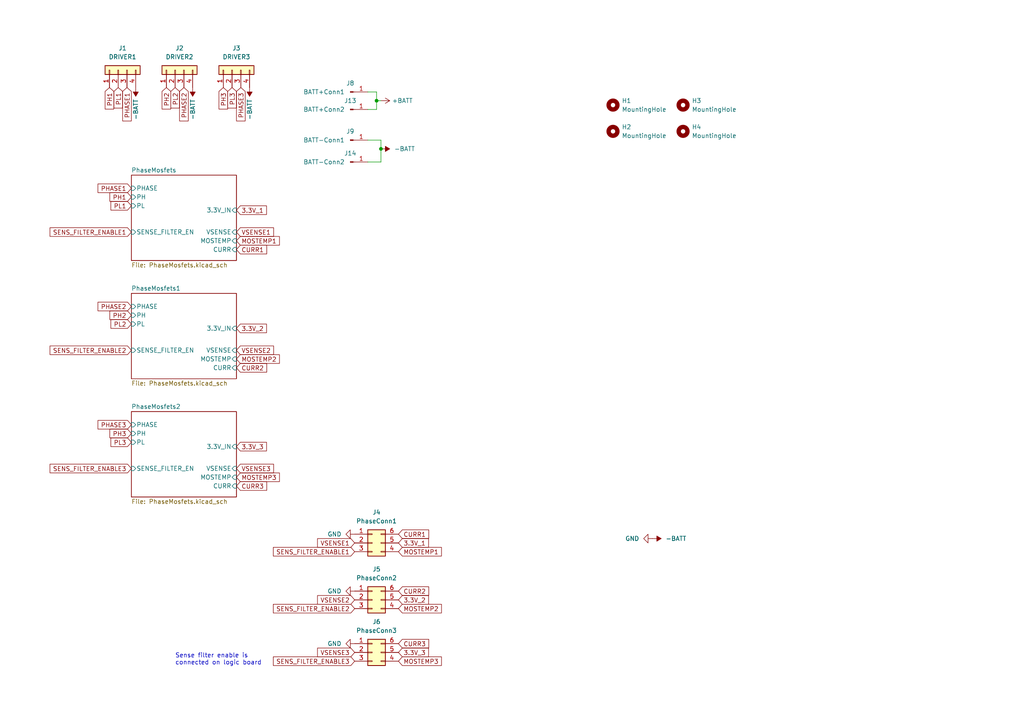
<source format=kicad_sch>
(kicad_sch (version 20230121) (generator eeschema)
  (paper "A4")
  (lib_symbols
    (symbol "Connector:Conn_01x01_Pin" (pin_names (offset 1.016) hide)
      (property "Reference" "J" (at 0 2.54 0))
      (property "Value" "Conn_01x01_Pin" (at 0 -2.54 0))
      (symbol "Conn_01x01_Pin_1_1"
        (polyline (pts (xy 1.27 0) (xy 0.8636 0)) (stroke (width 0.1524)))
        (rectangle (start 0.8636 0.127) (end 0 -0.127) (stroke (width 0.1524)) (fill (type outline)))
        (pin passive line (at 5.08 0 180) (length 3.81) (name "Pin_1") (number "1"))
      )
    )
    (symbol "Connector_Generic:Conn_01x04" (pin_names (offset 1.016) hide)
      (property "Reference" "J" (at 0 5.08 0))
      (property "Value" "Conn_01x04" (at 0 -7.62 0))
      (symbol "Conn_01x04_1_1"
        (rectangle (start -1.27 -4.953) (end 0 -5.207) (stroke (width 0.1524)))
        (rectangle (start -1.27 -2.413) (end 0 -2.667) (stroke (width 0.1524)))
        (rectangle (start -1.27 0.127) (end 0 -0.127) (stroke (width 0.1524)))
        (rectangle (start -1.27 2.667) (end 0 2.413) (stroke (width 0.1524)))
        (rectangle (start -1.27 3.81) (end 1.27 -6.35) (stroke (width 0.254)) (fill (type background)))
        (pin passive line (at -5.08 2.54 0) (length 3.81) (name "Pin_1") (number "1"))
        (pin passive line (at -5.08 0 0) (length 3.81) (name "Pin_2") (number "2"))
        (pin passive line (at -5.08 -2.54 0) (length 3.81) (name "Pin_3") (number "3"))
        (pin passive line (at -5.08 -5.08 0) (length 3.81) (name "Pin_4") (number "4"))
      )
    )
    (symbol "Connector_Generic:Conn_02x03_Counter_Clockwise" (pin_names (offset 1.016) hide)
      (property "Reference" "J" (at 1.27 5.08 0))
      (property "Value" "Conn_02x03_Counter_Clockwise" (at 1.27 -5.08 0))
      (symbol "Conn_02x03_Counter_Clockwise_1_1"
        (rectangle (start -1.27 -2.413) (end 0 -2.667) (stroke (width 0.1524)))
        (rectangle (start -1.27 0.127) (end 0 -0.127) (stroke (width 0.1524)))
        (rectangle (start -1.27 2.667) (end 0 2.413) (stroke (width 0.1524)))
        (rectangle (start -1.27 3.81) (end 3.81 -3.81) (stroke (width 0.254)) (fill (type background)))
        (rectangle (start 3.81 -2.413) (end 2.54 -2.667) (stroke (width 0.1524)))
        (rectangle (start 3.81 0.127) (end 2.54 -0.127) (stroke (width 0.1524)))
        (rectangle (start 3.81 2.667) (end 2.54 2.413) (stroke (width 0.1524)))
        (pin passive line (at -5.08 2.54 0) (length 3.81) (name "Pin_1") (number "1"))
        (pin passive line (at -5.08 0 0) (length 3.81) (name "Pin_2") (number "2"))
        (pin passive line (at -5.08 -2.54 0) (length 3.81) (name "Pin_3") (number "3"))
        (pin passive line (at 7.62 -2.54 180) (length 3.81) (name "Pin_4") (number "4"))
        (pin passive line (at 7.62 0 180) (length 3.81) (name "Pin_5") (number "5"))
        (pin passive line (at 7.62 2.54 180) (length 3.81) (name "Pin_6") (number "6"))
      )
    )
    (symbol "Mechanical:MountingHole" (pin_names (offset 1.016))
      (property "Reference" "H" (at 0 5.08 0))
      (property "Value" "MountingHole" (at 0 3.175 0))
      (symbol "MountingHole_0_1"
        (circle (center 0 0) (radius 1.27) (stroke (width 1.27)))
      )
    )
    (symbol "power:+BATT" (power) (pin_names (offset 0))
      (property "Value" "+BATT" (at 0 3.556 0))
      (symbol "+BATT_0_1"
        (polyline (pts (xy -0.762 1.27) (xy 0 2.54)))
        (polyline (pts (xy 0 0) (xy 0 2.54)))
        (polyline (pts (xy 0 2.54) (xy 0.762 1.27)))
      )
      (symbol "+BATT_1_1"
        (pin power_in line (at 0 0 90) (length 0) hide (name "+BATT") (number "1"))
      )
    )
    (symbol "power:-BATT" (power) (pin_names (offset 0))
      (property "Value" "-BATT" (at 0 3.556 0))
      (symbol "-BATT_0_1"
        (polyline (pts (xy 0 0) (xy 0 2.54)))
        (polyline (pts (xy 0.762 1.27) (xy -0.762 1.27) (xy 0 2.54) (xy 0.762 1.27)) (fill (type outline)))
      )
      (symbol "-BATT_1_1"
        (pin power_in line (at 0 0 90) (length 0) hide (name "-BATT") (number "1"))
      )
    )
    (symbol "power:GND" (power) (pin_names (offset 0))
      (property "Value" "GND" (at 0 -3.81 0))
      (symbol "GND_0_1"
        (polyline (pts (xy 0 0) (xy 0 -1.27) (xy 1.27 -1.27) (xy 0 -2.54) (xy -1.27 -1.27) (xy 0 -1.27)))
      )
      (symbol "GND_1_1"
        (pin power_in line (at 0 0 270) (length 0) hide (name "GND") (number "1"))
      )
    )
  )
  (junction (at 109.22 29.21))
  (junction (at 110.49 43.18))
  (wire (pts (xy 106.68 26.67) (xy 109.22 26.67)))
  (wire (pts (xy 106.68 46.99) (xy 110.49 46.99)))
  (wire (pts (xy 109.22 31.75) (xy 109.22 29.21)))
  (wire (pts (xy 106.68 40.64) (xy 110.49 40.64)))
  (wire (pts (xy 109.22 29.21) (xy 110.49 29.21)))
  (wire (pts (xy 110.49 40.64) (xy 110.49 43.18)))
  (wire (pts (xy 109.22 26.67) (xy 109.22 29.21)))
  (wire (pts (xy 110.49 46.99) (xy 110.49 43.18)))
  (wire (pts (xy 106.68 31.75) (xy 109.22 31.75)))
  (text "Sense filter enable is \nconnected on logic board" (at 50.8 193.04 0) (effects (font (size 1.27 1.27)) (justify left bottom)))
  (global_label "CURR2" (shape input) (at 115.57 171.45 0) (property "Intersheetrefs" "${INTERSHEET_REFS}" (effects hide)))
  (global_label "VSENSE2" (shape input) (at 68.58 101.6 0) (property "Intersheetrefs" "${INTERSHEET_REFS}" (effects hide)))
  (global_label "3.3V_2" (shape input) (at 68.58 95.25 0) (property "Intersheetrefs" "${INTERSHEET_REFS}" (effects hide)))
  (global_label "MOSTEMP1" (shape input) (at 68.58 69.85 0) (property "Intersheetrefs" "${INTERSHEET_REFS}" (effects hide)))
  (global_label "PL1" (shape input) (at 34.29 25.4 270) (property "Intersheetrefs" "${INTERSHEET_REFS}" (effects hide)))
  (global_label "MOSTEMP3" (shape input) (at 68.58 138.43 0) (property "Intersheetrefs" "${INTERSHEET_REFS}" (effects hide)))
  (global_label "CURR3" (shape input) (at 115.57 186.69 0) (property "Intersheetrefs" "${INTERSHEET_REFS}" (effects hide)))
  (global_label "SENS_FILTER_ENABLE3" (shape input) (at 102.87 191.77 180) (property "Intersheetrefs" "${INTERSHEET_REFS}" (effects hide)))
  (global_label "3.3V_3" (shape input) (at 68.58 129.54 0) (property "Intersheetrefs" "${INTERSHEET_REFS}" (effects hide)))
  (global_label "MOSTEMP1" (shape input) (at 115.57 160.02 0) (property "Intersheetrefs" "${INTERSHEET_REFS}" (effects hide)))
  (global_label "PHASE1" (shape input) (at 36.83 25.4 270) (property "Intersheetrefs" "${INTERSHEET_REFS}" (effects hide)))
  (global_label "CURR2" (shape input) (at 68.58 106.68 0) (property "Intersheetrefs" "${INTERSHEET_REFS}" (effects hide)))
  (global_label "PL3" (shape input) (at 67.31 25.4 270) (property "Intersheetrefs" "${INTERSHEET_REFS}" (effects hide)))
  (global_label "MOSTEMP2" (shape input) (at 68.58 104.14 0) (property "Intersheetrefs" "${INTERSHEET_REFS}" (effects hide)))
  (global_label "VSENSE2" (shape input) (at 102.87 173.99 180) (property "Intersheetrefs" "${INTERSHEET_REFS}" (effects hide)))
  (global_label "VSENSE1" (shape input) (at 102.87 157.48 180) (property "Intersheetrefs" "${INTERSHEET_REFS}" (effects hide)))
  (global_label "SENS_FILTER_ENABLE3" (shape input) (at 38.1 135.89 180) (property "Intersheetrefs" "${INTERSHEET_REFS}" (effects hide)))
  (global_label "SENS_FILTER_ENABLE2" (shape input) (at 38.1 101.6 180) (property "Intersheetrefs" "${INTERSHEET_REFS}" (effects hide)))
  (global_label "VSENSE3" (shape input) (at 102.87 189.23 180) (property "Intersheetrefs" "${INTERSHEET_REFS}" (effects hide)))
  (global_label "PHASE3" (shape input) (at 69.85 25.4 270) (property "Intersheetrefs" "${INTERSHEET_REFS}" (effects hide)))
  (global_label "PH1" (shape input) (at 38.1 57.15 180) (property "Intersheetrefs" "${INTERSHEET_REFS}" (effects hide)))
  (global_label "PHASE2" (shape input) (at 53.34 25.4 270) (property "Intersheetrefs" "${INTERSHEET_REFS}" (effects hide)))
  (global_label "PL3" (shape input) (at 38.1 128.27 180) (property "Intersheetrefs" "${INTERSHEET_REFS}" (effects hide)))
  (global_label "3.3V_3" (shape input) (at 115.57 189.23 0) (property "Intersheetrefs" "${INTERSHEET_REFS}" (effects hide)))
  (global_label "3.3V_1" (shape input) (at 115.57 157.48 0) (property "Intersheetrefs" "${INTERSHEET_REFS}" (effects hide)))
  (global_label "CURR1" (shape input) (at 68.58 72.39 0) (property "Intersheetrefs" "${INTERSHEET_REFS}" (effects hide)))
  (global_label "VSENSE1" (shape input) (at 68.58 67.31 0) (property "Intersheetrefs" "${INTERSHEET_REFS}" (effects hide)))
  (global_label "PHASE3" (shape input) (at 38.1 123.19 180) (property "Intersheetrefs" "${INTERSHEET_REFS}" (effects hide)))
  (global_label "CURR1" (shape input) (at 115.57 154.94 0) (property "Intersheetrefs" "${INTERSHEET_REFS}" (effects hide)))
  (global_label "PH2" (shape input) (at 38.1 91.44 180) (property "Intersheetrefs" "${INTERSHEET_REFS}" (effects hide)))
  (global_label "SENS_FILTER_ENABLE2" (shape input) (at 102.87 176.53 180) (property "Intersheetrefs" "${INTERSHEET_REFS}" (effects hide)))
  (global_label "MOSTEMP2" (shape input) (at 115.57 176.53 0) (property "Intersheetrefs" "${INTERSHEET_REFS}" (effects hide)))
  (global_label "PL1" (shape input) (at 38.1 59.69 180) (property "Intersheetrefs" "${INTERSHEET_REFS}" (effects hide)))
  (global_label "PHASE2" (shape input) (at 38.1 88.9 180) (property "Intersheetrefs" "${INTERSHEET_REFS}" (effects hide)))
  (global_label "3.3V_1" (shape input) (at 68.58 60.96 0) (property "Intersheetrefs" "${INTERSHEET_REFS}" (effects hide)))
  (global_label "PH3" (shape input) (at 38.1 125.73 180) (property "Intersheetrefs" "${INTERSHEET_REFS}" (effects hide)))
  (global_label "SENS_FILTER_ENABLE1" (shape input) (at 38.1 67.31 180) (property "Intersheetrefs" "${INTERSHEET_REFS}" (effects hide)))
  (global_label "PL2" (shape input) (at 38.1 93.98 180) (property "Intersheetrefs" "${INTERSHEET_REFS}" (effects hide)))
  (global_label "PH2" (shape input) (at 48.26 25.4 270) (property "Intersheetrefs" "${INTERSHEET_REFS}" (effects hide)))
  (global_label "3.3V_2" (shape input) (at 115.57 173.99 0) (property "Intersheetrefs" "${INTERSHEET_REFS}" (effects hide)))
  (global_label "SENS_FILTER_ENABLE1" (shape input) (at 102.87 160.02 180) (property "Intersheetrefs" "${INTERSHEET_REFS}" (effects hide)))
  (global_label "PH1" (shape input) (at 31.75 25.4 270) (property "Intersheetrefs" "${INTERSHEET_REFS}" (effects hide)))
  (global_label "MOSTEMP3" (shape input) (at 115.57 191.77 0) (property "Intersheetrefs" "${INTERSHEET_REFS}" (effects hide)))
  (global_label "PH3" (shape input) (at 64.77 25.4 270) (property "Intersheetrefs" "${INTERSHEET_REFS}" (effects hide)))
  (global_label "VSENSE3" (shape input) (at 68.58 135.89 0) (property "Intersheetrefs" "${INTERSHEET_REFS}" (effects hide)))
  (global_label "PL2" (shape input) (at 50.8 25.4 270) (property "Intersheetrefs" "${INTERSHEET_REFS}" (effects hide)))
  (global_label "PHASE1" (shape input) (at 38.1 54.61 180) (property "Intersheetrefs" "${INTERSHEET_REFS}" (effects hide)))
  (global_label "CURR3" (shape input) (at 68.58 140.97 0) (property "Intersheetrefs" "${INTERSHEET_REFS}" (effects hide)))
  (symbol (lib_id "Connector_Generic:Conn_01x04") (at 67.31 20.32 90) (unit 1)
    (property "Reference" "J3" (at 68.58 13.97 90))
    (property "Value" "DRIVER3" (at 68.58 16.51 90))
    (property "Footprint" "Connector_PinSocket_2.54mm:PinSocket_2x02_P2.54mm_Vertical_SMD" (effects hide))
    (property "MPN" "C3975147" (effects hide))
    (property "JLCRotOffset" "-90" (effects hide))
    (property "Mouser" "855-M20-7870246" (effects hide))
  )
  (symbol (lib_id "power:-BATT") (at 55.88 25.4 180) (unit 1)
    (property "Reference" "#PWR028" (effects hide))
    (property "Value" "-BATT" (at 55.88 31.75 90))
  )
  (symbol (lib_id "Connector_Generic:Conn_01x04") (at 50.8 20.32 90) (unit 1)
    (property "Reference" "J2" (at 52.07 13.97 90))
    (property "Value" "DRIVER2" (at 52.07 16.51 90))
    (property "Footprint" "Connector_PinSocket_2.54mm:PinSocket_2x02_P2.54mm_Vertical_SMD" (effects hide))
    (property "MPN" "C3975147" (effects hide))
    (property "JLCRotOffset" "-90" (effects hide))
    (property "Mouser" "855-M20-7870246" (effects hide))
  )
  (symbol (lib_id "Mechanical:MountingHole") (at 177.8 30.48 0) (unit 1)
    (property "Reference" "H1" (at 180.34 29.21 0) (effects (justify left)))
    (property "Value" "MountingHole" (at 180.34 31.75 0) (effects (justify left)))
    (property "Footprint" "MountingHole:MountingHole_4.3mm_M4_DIN965_Pad" (effects hide))
  )
  (symbol (lib_id "Connector_Generic:Conn_02x03_Counter_Clockwise") (at 107.95 157.48 0) (unit 1)
    (property "Reference" "J4" (at 109.22 148.59 0))
    (property "Value" "PhaseConn1" (at 109.22 151.13 0))
    (property "Footprint" "Connector_PinSocket_2.54mm:PinSocket_2x03_P2.54mm_Vertical_SMD" (effects hide))
    (property "MPN" "C5160818" (effects hide))
    (property "JLCRotOffset" "-90" (effects hide))
    (property "Mouser" "855-M20-7870346" (effects hide))
  )
  (symbol (lib_id "Connector_Generic:Conn_02x03_Counter_Clockwise") (at 107.95 189.23 0) (unit 1)
    (property "Reference" "J6" (at 109.22 180.34 0))
    (property "Value" "PhaseConn3" (at 109.22 182.88 0))
    (property "Footprint" "Connector_PinSocket_2.54mm:PinSocket_2x03_P2.54mm_Vertical_SMD" (effects hide))
    (property "MPN" "C5160818" (effects hide))
    (property "JLCRotOffset" "-90" (effects hide))
    (property "Mouser" "855-M20-7870346" (effects hide))
  )
  (symbol (lib_id "power:-BATT") (at 110.49 43.18 270) (unit 1)
    (property "Reference" "#PWR02" (effects hide))
    (property "Value" "-BATT" (at 114.3 43.18 90) (effects (justify left)))
  )
  (symbol (lib_id "power:GND") (at 102.87 186.69 270) (unit 1)
    (property "Reference" "#PWR019" (effects hide))
    (property "Value" "GND" (at 99.06 186.69 90) (effects (justify right)))
  )
  (symbol (lib_id "Connector_Generic:Conn_02x03_Counter_Clockwise") (at 107.95 173.99 0) (unit 1)
    (property "Reference" "J5" (at 109.22 165.1 0))
    (property "Value" "PhaseConn2" (at 109.22 167.64 0))
    (property "Footprint" "Connector_PinSocket_2.54mm:PinSocket_2x03_P2.54mm_Vertical_SMD" (effects hide))
    (property "MPN" "C5160818" (effects hide))
    (property "JLCRotOffset" "-90" (effects hide))
    (property "Mouser" "855-M20-7870346" (effects hide))
  )
  (symbol (lib_id "Mechanical:MountingHole") (at 198.12 30.48 0) (unit 1)
    (property "Reference" "H3" (at 200.66 29.21 0) (effects (justify left)))
    (property "Value" "MountingHole" (at 200.66 31.75 0) (effects (justify left)))
    (property "Footprint" "MountingHole:MountingHole_4.3mm_M4_DIN965_Pad" (effects hide))
  )
  (symbol (lib_id "Connector:Conn_01x01_Pin") (at 101.6 46.99 0) (unit 1)
    (property "Reference" "J14" (at 101.6 44.45 0))
    (property "Value" "BATT-Conn2" (at 93.98 46.99 0))
    (property "Footprint" "Connector_Wire:SolderWirePad_1x01_SMD_5x10mm" (effects hide))
  )
  (symbol (lib_id "Mechanical:MountingHole") (at 198.12 38.1 0) (unit 1)
    (property "Reference" "H4" (at 200.66 36.83 0) (effects (justify left)))
    (property "Value" "MountingHole" (at 200.66 39.37 0) (effects (justify left)))
    (property "Footprint" "MountingHole:MountingHole_4.3mm_M4_DIN965_Pad" (effects hide))
  )
  (symbol (lib_id "Connector_Generic:Conn_01x04") (at 34.29 20.32 90) (unit 1)
    (property "Reference" "J1" (at 35.56 13.97 90))
    (property "Value" "DRIVER1" (at 35.56 16.51 90))
    (property "Footprint" "Connector_PinSocket_2.54mm:PinSocket_2x02_P2.54mm_Vertical_SMD" (effects hide))
    (property "MPN" "C3975147" (effects hide))
    (property "JLCRotOffset" "-90" (effects hide))
    (property "Mouser" "855-M20-7870246" (effects hide))
  )
  (symbol (lib_id "Connector:Conn_01x01_Pin") (at 101.6 31.75 0) (unit 1)
    (property "Reference" "J13" (at 101.6 29.21 0))
    (property "Value" "BATT+Conn2" (at 93.98 31.75 0))
    (property "Footprint" "Connector_Wire:SolderWirePad_1x01_SMD_5x10mm" (effects hide))
  )
  (symbol (lib_id "Connector:Conn_01x01_Pin") (at 101.6 40.64 0) (unit 1)
    (property "Reference" "J9" (at 101.6 38.1 0))
    (property "Value" "BATT-Conn1" (at 93.98 40.64 0))
    (property "Footprint" "Connector_Wire:SolderWirePad_1x01_SMD_5x10mm" (effects hide))
  )
  (symbol (lib_id "power:-BATT") (at 72.39 25.4 180) (unit 1)
    (property "Reference" "#PWR029" (effects hide))
    (property "Value" "-BATT" (at 72.39 31.75 90))
  )
  (symbol (lib_id "power:-BATT") (at 189.23 156.21 270) (unit 1)
    (property "Reference" "#PWR023" (effects hide))
    (property "Value" "-BATT" (at 193.04 156.21 90) (effects (justify left)))
  )
  (symbol (lib_id "power:-BATT") (at 39.37 25.4 180) (unit 1)
    (property "Reference" "#PWR027" (effects hide))
    (property "Value" "-BATT" (at 39.37 31.75 90))
  )
  (symbol (lib_id "power:+BATT") (at 110.49 29.21 270) (unit 1)
    (property "Reference" "#PWR01" (effects hide))
    (property "Value" "+BATT" (at 113.665 29.21 90) (effects (justify left)))
  )
  (symbol (lib_id "power:GND") (at 189.23 156.21 270) (unit 1)
    (property "Reference" "#PWR024" (effects hide))
    (property "Value" "GND" (at 185.42 156.21 90) (effects (justify right)))
  )
  (symbol (lib_id "power:GND") (at 102.87 154.94 270) (unit 1)
    (property "Reference" "#PWR017" (effects hide))
    (property "Value" "GND" (at 99.06 154.94 90) (effects (justify right)))
  )
  (symbol (lib_id "Mechanical:MountingHole") (at 177.8 38.1 0) (unit 1)
    (property "Reference" "H2" (at 180.34 36.83 0) (effects (justify left)))
    (property "Value" "MountingHole" (at 180.34 39.37 0) (effects (justify left)))
    (property "Footprint" "MountingHole:MountingHole_4.3mm_M4_DIN965_Pad" (effects hide))
  )
  (symbol (lib_id "power:GND") (at 102.87 171.45 270) (unit 1)
    (property "Reference" "#PWR018" (effects hide))
    (property "Value" "GND" (at 99.06 171.45 90) (effects (justify right)))
  )
  (symbol (lib_id "Connector:Conn_01x01_Pin") (at 101.6 26.67 0) (unit 1)
    (property "Reference" "J8" (at 101.6 24.13 0))
    (property "Value" "BATT+Conn1" (at 93.98 26.67 0))
    (property "Footprint" "Connector_Wire:SolderWirePad_1x01_SMD_5x10mm" (effects hide))
  )
  (sheet (at 38.1 50.8) (size 30.48 24.765) (stroke (width 0.1524))
    (property "Sheetname" "PhaseMosfets" (at 38.1 50.0884 0) (effects (justify left bottom)))
    (property "Sheetfile" "PhaseMosfets.kicad_sch" (at 38.1 76.1496 0) (effects (justify left top)))
    (pin "PH" input (at 38.1 57.15 180))
    (pin "PL" input (at 38.1 59.69 180))
    (pin "SENSE_FILTER_EN" input (at 38.1 67.31 180))
    (pin "VSENSE" input (at 68.58 67.31 0))
    (pin "CURR" input (at 68.58 72.39 0))
    (pin "PHASE" input (at 38.1 54.61 180))
    (pin "MOSTEMP" input (at 68.58 69.85 0))
    (pin "3.3V_IN" input (at 68.58 60.96 0))
  )
  (sheet (at 38.1 119.38) (size 30.48 24.765) (stroke (width 0.1524))
    (property "Sheetname" "PhaseMosfets2" (at 38.1 118.6684 0) (effects (justify left bottom)))
    (property "Sheetfile" "PhaseMosfets.kicad_sch" (at 38.1 144.7296 0) (effects (justify left top)))
    (pin "PH" input (at 38.1 125.73 180))
    (pin "PL" input (at 38.1 128.27 180))
    (pin "SENSE_FILTER_EN" input (at 38.1 135.89 180))
    (pin "VSENSE" input (at 68.58 135.89 0))
    (pin "CURR" input (at 68.58 140.97 0))
    (pin "PHASE" input (at 38.1 123.19 180))
    (pin "MOSTEMP" input (at 68.58 138.43 0))
    (pin "3.3V_IN" input (at 68.58 129.54 0))
  )
  (sheet (at 38.1 85.09) (size 30.48 24.765) (stroke (width 0.1524))
    (property "Sheetname" "PhaseMosfets1" (at 38.1 84.3784 0) (effects (justify left bottom)))
    (property "Sheetfile" "PhaseMosfets.kicad_sch" (at 38.1 110.4396 0) (effects (justify left top)))
    (pin "PH" input (at 38.1 91.44 180))
    (pin "PL" input (at 38.1 93.98 180))
    (pin "SENSE_FILTER_EN" input (at 38.1 101.6 180))
    (pin "VSENSE" input (at 68.58 101.6 0))
    (pin "CURR" input (at 68.58 106.68 0))
    (pin "PHASE" input (at 38.1 88.9 180))
    (pin "MOSTEMP" input (at 68.58 104.14 0))
    (pin "3.3V_IN" input (at 68.58 95.25 0))
  )
)
</source>
